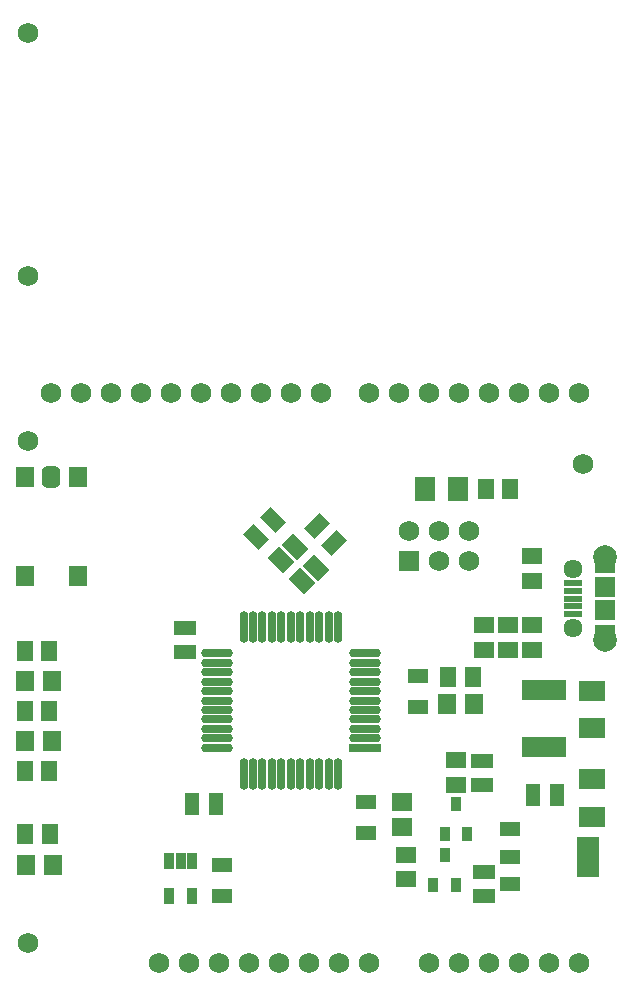
<source format=gts>
G04*
G04 #@! TF.GenerationSoftware,Altium Limited,Altium Designer,18.1.7 (191)*
G04*
G04 Layer_Color=8388736*
%FSLAX25Y25*%
%MOIN*%
G70*
G01*
G75*
%ADD20R,0.05524X0.06706*%
%ADD21R,0.06312X0.06706*%
%ADD22R,0.04800X0.07493*%
G04:AMPARAMS|DCode=23|XSize=74.93mil|YSize=53.28mil|CornerRadius=0mil|HoleSize=0mil|Usage=FLASHONLY|Rotation=315.000|XOffset=0mil|YOffset=0mil|HoleType=Round|Shape=Rectangle|*
%AMROTATEDRECTD23*
4,1,4,-0.04533,0.00766,-0.00766,0.04533,0.04533,-0.00766,0.00766,-0.04533,-0.04533,0.00766,0.0*
%
%ADD23ROTATEDRECTD23*%

%ADD24O,0.02926X0.10642*%
%ADD25O,0.10642X0.02926*%
%ADD26R,0.10642X0.02926*%
%ADD27R,0.06312X0.07099*%
G04:AMPARAMS|DCode=28|XSize=70.99mil|YSize=63.12mil|CornerRadius=17.78mil|HoleSize=0mil|Usage=FLASHONLY|Rotation=90.000|XOffset=0mil|YOffset=0mil|HoleType=Round|Shape=RoundedRectangle|*
%AMROUNDEDRECTD28*
21,1,0.07099,0.02756,0,0,90.0*
21,1,0.03543,0.06312,0,0,90.0*
1,1,0.03556,0.01378,0.01772*
1,1,0.03556,0.01378,-0.01772*
1,1,0.03556,-0.01378,-0.01772*
1,1,0.03556,-0.01378,0.01772*
%
%ADD28ROUNDEDRECTD28*%
%ADD29R,0.07493X0.04800*%
G04:AMPARAMS|DCode=30|XSize=48mil|YSize=74.93mil|CornerRadius=0mil|HoleSize=0mil|Usage=FLASHONLY|Rotation=315.000|XOffset=0mil|YOffset=0mil|HoleType=Round|Shape=Rectangle|*
%AMROTATEDRECTD30*
4,1,4,-0.04346,-0.00952,0.00952,0.04346,0.04346,0.00952,-0.00952,-0.04346,-0.04346,-0.00952,0.0*
%
%ADD30ROTATEDRECTD30*%

G04:AMPARAMS|DCode=31|XSize=48mil|YSize=74.93mil|CornerRadius=0mil|HoleSize=0mil|Usage=FLASHONLY|Rotation=225.000|XOffset=0mil|YOffset=0mil|HoleType=Round|Shape=Rectangle|*
%AMROTATEDRECTD31*
4,1,4,-0.00952,0.04346,0.04346,-0.00952,0.00952,-0.04346,-0.04346,0.00952,-0.00952,0.04346,0.0*
%
%ADD31ROTATEDRECTD31*%

%ADD32R,0.08674X0.06706*%
%ADD33R,0.07099X0.05131*%
%ADD34R,0.06706X0.05524*%
%ADD35R,0.07099X0.07887*%
%ADD36R,0.06706X0.06036*%
%ADD37R,0.06706X0.05524*%
%ADD38R,0.03753X0.05131*%
%ADD39R,0.07493X0.13398*%
%ADD40R,0.06706X0.04737*%
%ADD41R,0.03556X0.05524*%
%ADD42R,0.03359X0.05524*%
%ADD43R,0.14973X0.06706*%
%ADD44R,0.06115X0.02100*%
%ADD45R,0.06902X0.06706*%
%ADD46C,0.06800*%
%ADD47R,0.06800X0.06800*%
%ADD48C,0.06343*%
%ADD49C,0.07887*%
D20*
X14665Y51870D02*
D03*
X22933D02*
D03*
X22874Y73016D02*
D03*
X14606D02*
D03*
X22874Y93016D02*
D03*
X14606D02*
D03*
X22874Y113016D02*
D03*
X14606D02*
D03*
X155697Y104516D02*
D03*
X163965D02*
D03*
X168297Y167016D02*
D03*
X176565D02*
D03*
D21*
X23858Y83016D02*
D03*
X14803D02*
D03*
X23858Y103016D02*
D03*
X14803D02*
D03*
X155303Y95516D02*
D03*
X164358D02*
D03*
X24016Y41535D02*
D03*
X14961D02*
D03*
D22*
X78331Y62016D02*
D03*
X70331D02*
D03*
X192231Y65016D02*
D03*
X184231D02*
D03*
D23*
X104653Y147823D02*
D03*
X107158Y136409D02*
D03*
X100198Y143368D02*
D03*
X111612Y140863D02*
D03*
D24*
X119079Y71909D02*
D03*
X115929D02*
D03*
X112779D02*
D03*
X109630D02*
D03*
X106480D02*
D03*
X103331D02*
D03*
X100181D02*
D03*
X97031D02*
D03*
X93882D02*
D03*
X90732D02*
D03*
X87583D02*
D03*
Y121122D02*
D03*
X90732D02*
D03*
X93882D02*
D03*
X97031D02*
D03*
X100181D02*
D03*
X103331D02*
D03*
X106480D02*
D03*
X109630D02*
D03*
X112779D02*
D03*
X115929D02*
D03*
X119079D02*
D03*
D25*
X78724Y80768D02*
D03*
Y83917D02*
D03*
Y87067D02*
D03*
Y90216D02*
D03*
Y93366D02*
D03*
Y96516D02*
D03*
Y99665D02*
D03*
Y102815D02*
D03*
Y105965D02*
D03*
Y109114D02*
D03*
Y112264D02*
D03*
X127937D02*
D03*
Y109114D02*
D03*
Y105965D02*
D03*
Y102815D02*
D03*
Y99665D02*
D03*
Y96516D02*
D03*
Y93366D02*
D03*
Y83917D02*
D03*
Y90216D02*
D03*
Y87067D02*
D03*
D26*
Y80768D02*
D03*
D27*
X14572Y171171D02*
D03*
X32289D02*
D03*
Y138061D02*
D03*
X14572D02*
D03*
D28*
X23431Y171171D02*
D03*
D29*
X167031Y68216D02*
D03*
Y76216D02*
D03*
X167831Y39516D02*
D03*
Y31516D02*
D03*
X68231Y112716D02*
D03*
Y120716D02*
D03*
D30*
X117859Y148887D02*
D03*
X112202Y154544D02*
D03*
D31*
X91802Y150887D02*
D03*
X97459Y156544D02*
D03*
D32*
X203831Y87217D02*
D03*
Y99815D02*
D03*
Y70315D02*
D03*
Y57717D02*
D03*
D33*
X128331Y62634D02*
D03*
Y52398D02*
D03*
X145831Y104634D02*
D03*
Y94398D02*
D03*
X80331Y31398D02*
D03*
Y41634D02*
D03*
D34*
X183831Y113382D02*
D03*
Y121650D02*
D03*
Y144650D02*
D03*
Y136382D02*
D03*
D35*
X147919Y167116D02*
D03*
X158942D02*
D03*
D36*
X140331Y54244D02*
D03*
Y62787D02*
D03*
D37*
X141831Y45150D02*
D03*
Y36882D02*
D03*
X158331Y68382D02*
D03*
Y76650D02*
D03*
X167831Y121650D02*
D03*
Y113382D02*
D03*
X175831Y121650D02*
D03*
Y113382D02*
D03*
D38*
X150850Y35094D02*
D03*
X158331D02*
D03*
X154590Y44937D02*
D03*
Y52095D02*
D03*
X162071D02*
D03*
X158331Y61937D02*
D03*
D39*
X202520Y44516D02*
D03*
D40*
X176535Y35461D02*
D03*
Y44516D02*
D03*
Y53571D02*
D03*
D41*
X70371Y31509D02*
D03*
X62890D02*
D03*
D42*
Y43123D02*
D03*
X66631D02*
D03*
X70371D02*
D03*
D43*
X187831Y99965D02*
D03*
Y81067D02*
D03*
D44*
X197399Y125357D02*
D03*
Y127916D02*
D03*
Y130475D02*
D03*
Y133034D02*
D03*
Y135593D02*
D03*
D45*
X207931Y126538D02*
D03*
Y134412D02*
D03*
Y118467D02*
D03*
Y142483D02*
D03*
D46*
X15748Y238189D02*
D03*
Y318898D02*
D03*
X200787Y175197D02*
D03*
X15748Y183071D02*
D03*
Y15748D02*
D03*
X129331Y9016D02*
D03*
X119331D02*
D03*
X109331D02*
D03*
X99331D02*
D03*
X89331D02*
D03*
X79331D02*
D03*
X69331D02*
D03*
X59331D02*
D03*
X129331Y199016D02*
D03*
X139331D02*
D03*
X149331D02*
D03*
X159331D02*
D03*
X169331D02*
D03*
X179331D02*
D03*
X189331D02*
D03*
X199331D02*
D03*
X113331D02*
D03*
X103331D02*
D03*
X93331D02*
D03*
X83331D02*
D03*
X73331D02*
D03*
X63331D02*
D03*
X53331D02*
D03*
X43331D02*
D03*
X33331D02*
D03*
X23331D02*
D03*
X149331Y9016D02*
D03*
X159331D02*
D03*
X169331D02*
D03*
X179331D02*
D03*
X189331D02*
D03*
X199331D02*
D03*
X142831Y153016D02*
D03*
X152831Y143016D02*
D03*
Y153016D02*
D03*
X162831Y143016D02*
D03*
Y153016D02*
D03*
D47*
X142831Y143016D02*
D03*
D48*
X197301Y120632D02*
D03*
Y140317D02*
D03*
D49*
X207931Y116695D02*
D03*
Y144254D02*
D03*
M02*

</source>
